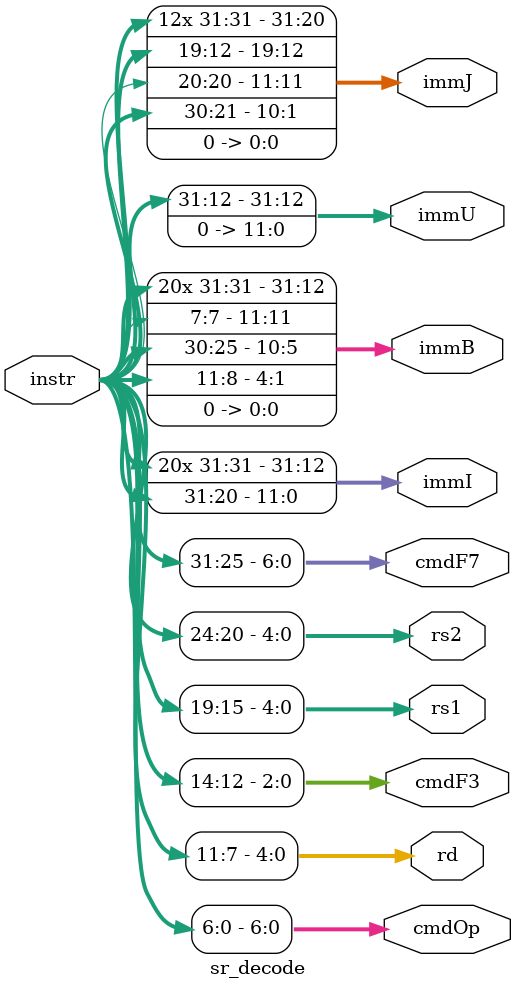
<source format=sv>

`include "sr_cpu.svh"

module sr_decode
(
    input        [31:0] instr,
    output       [ 6:0] cmdOp,
    output       [ 4:0] rd,
    output       [ 2:0] cmdF3,
    output       [ 4:0] rs1,
    output       [ 4:0] rs2,
    output       [ 6:0] cmdF7,
    output logic [31:0] immI,
    output logic [31:0] immB,
    output logic [31:0] immU,
    output logic [31:0] immJ
);
    assign cmdOp = instr [ 6: 0];
    assign rd    = instr [11: 7];
    assign cmdF3 = instr [14:12];
    assign rs1   = instr [19:15];
    assign rs2   = instr [24:20];
    assign cmdF7 = instr [31:25];

    // I-type

    always_comb
    begin
        immI [10: 0] = instr [30:20];
        immI [31:11] = { 21 { instr [31] } };
    end

    // B-type

    always_comb
    begin
        immB [    0] = 1'b0;
        immB [ 4: 1] = instr [11:8];
        immB [10: 5] = instr [30:25];
        immB [   11] = instr [7];
        immB [31:12] = { 20 { instr [31] } };
    end

    // U-type

    always_comb
    begin
        immU [11: 0] = 12'b0;
        immU [31:12] = instr [31:12];
    end

    // J-type

    always_comb
    begin
        immJ [    0] = 1'b0;
        immJ [10: 1] = instr [30:21];
        immJ [   11] = instr [20];
        immJ [19:12] = instr [19:12];
        immJ [31:20] = { 12 { instr [31] } };
    end

endmodule

</source>
